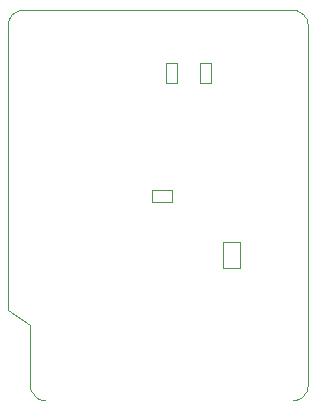
<source format=gm1>
G04*
G04 #@! TF.GenerationSoftware,Altium Limited,Altium Designer,18.1.9 (240)*
G04*
G04 Layer_Color=16711935*
%FSLAX25Y25*%
%MOIN*%
G70*
G01*
G75*
%ADD16C,0.00100*%
%ADD17C,0.00394*%
D16*
X383000Y357500D02*
X382025Y357404D01*
X381087Y357119D01*
X380222Y356657D01*
X379465Y356035D01*
X378843Y355278D01*
X378381Y354413D01*
X378096Y353475D01*
X378000Y352500D01*
X478000D02*
X477904Y353475D01*
X477619Y354413D01*
X477157Y355278D01*
X476536Y356035D01*
X475778Y356657D01*
X474913Y357119D01*
X473976Y357404D01*
X473000Y357500D01*
Y227500D02*
X473976Y227596D01*
X474913Y227881D01*
X475778Y228343D01*
X476536Y228964D01*
X477157Y229722D01*
X477619Y230587D01*
X477904Y231524D01*
X478000Y232500D01*
X385500D02*
X385596Y231524D01*
X385881Y230587D01*
X386343Y229722D01*
X386965Y228964D01*
X387722Y228343D01*
X388587Y227881D01*
X389525Y227596D01*
X390500Y227500D01*
X478000Y232500D02*
Y352500D01*
X378000Y257500D02*
Y352500D01*
X382874Y357500D02*
X472874D01*
X378000Y257500D02*
X385500Y252500D01*
Y232500D02*
Y252500D01*
X383000Y357500D02*
X382025Y357404D01*
X381087Y357119D01*
X380222Y356657D01*
X379465Y356035D01*
X378843Y355278D01*
X378381Y354413D01*
X378096Y353475D01*
X378000Y352500D01*
X478000D02*
X477904Y353475D01*
X477619Y354413D01*
X477157Y355278D01*
X476536Y356035D01*
X475778Y356657D01*
X474913Y357119D01*
X473976Y357404D01*
X473000Y357500D01*
Y227500D02*
X473976Y227596D01*
X474913Y227881D01*
X475778Y228343D01*
X476536Y228964D01*
X477157Y229722D01*
X477619Y230587D01*
X477904Y231524D01*
X478000Y232500D01*
X385500D02*
X385596Y231524D01*
X385881Y230587D01*
X386343Y229722D01*
X386965Y228964D01*
X387722Y228343D01*
X388587Y227881D01*
X389525Y227596D01*
X390500Y227500D01*
X478000Y232500D02*
Y352500D01*
X378000Y257500D02*
Y352500D01*
X382874Y357500D02*
X472874D01*
X378000Y257500D02*
X385500Y252500D01*
Y232500D02*
Y252500D01*
D17*
X426029Y293630D02*
X432722D01*
X426029Y297370D02*
X432722D01*
Y293630D02*
Y297370D01*
X426029Y293630D02*
Y297370D01*
X449646Y280331D02*
X455354D01*
X449646Y271669D02*
X455354D01*
Y280331D01*
X449646Y271669D02*
Y280331D01*
X445870Y333154D02*
Y339846D01*
X442130Y333154D02*
Y339846D01*
X445870D01*
X442130Y333154D02*
X445870D01*
X434370Y333197D02*
Y339890D01*
X430630Y333197D02*
Y339890D01*
X434370D01*
X430630Y333197D02*
X434370D01*
M02*

</source>
